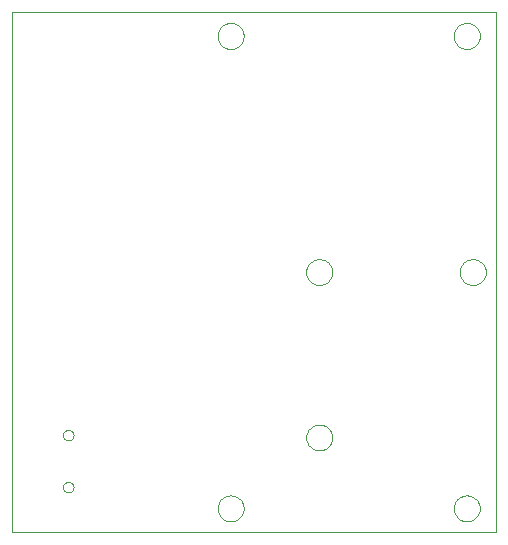
<source format=gko>
G04 This is an RS-274x file exported by *
G04 gerbv version 2.6.1 *
G04 More information is available about gerbv at *
G04 http://gerbv.geda-project.org/ *
G04 --End of header info--*
%MOIN*%
%FSLAX34Y34*%
%IPPOS*%
G04 --Define apertures--*
%ADD10C,0.0000*%
G04 --Start main section--*
G54D10*
G01X0000937Y0000524D02*
G01X0000937Y0017847D01*
G01X0000937Y0017847D02*
G01X0017079Y0017847D01*
G01X0017079Y0017847D02*
G01X0017079Y0000524D01*
G01X0017079Y0000524D02*
G01X0000937Y0000524D01*
G01X0002630Y0002020D02*
G01X0002632Y0002046D01*
G01X0002632Y0002046D02*
G01X0002638Y0002072D01*
G01X0002638Y0002072D02*
G01X0002648Y0002097D01*
G01X0002648Y0002097D02*
G01X0002661Y0002120D01*
G01X0002661Y0002120D02*
G01X0002677Y0002140D01*
G01X0002677Y0002140D02*
G01X0002697Y0002158D01*
G01X0002697Y0002158D02*
G01X0002719Y0002173D01*
G01X0002719Y0002173D02*
G01X0002742Y0002185D01*
G01X0002742Y0002185D02*
G01X0002768Y0002193D01*
G01X0002768Y0002193D02*
G01X0002794Y0002197D01*
G01X0002794Y0002197D02*
G01X0002820Y0002197D01*
G01X0002820Y0002197D02*
G01X0002846Y0002193D01*
G01X0002846Y0002193D02*
G01X0002872Y0002185D01*
G01X0002872Y0002185D02*
G01X0002896Y0002173D01*
G01X0002896Y0002173D02*
G01X0002917Y0002158D01*
G01X0002917Y0002158D02*
G01X0002937Y0002140D01*
G01X0002937Y0002140D02*
G01X0002953Y0002120D01*
G01X0002953Y0002120D02*
G01X0002966Y0002097D01*
G01X0002966Y0002097D02*
G01X0002976Y0002072D01*
G01X0002976Y0002072D02*
G01X0002982Y0002046D01*
G01X0002982Y0002046D02*
G01X0002984Y0002020D01*
G01X0002984Y0002020D02*
G01X0002982Y0001994D01*
G01X0002982Y0001994D02*
G01X0002976Y0001968D01*
G01X0002976Y0001968D02*
G01X0002966Y0001943D01*
G01X0002966Y0001943D02*
G01X0002953Y0001920D01*
G01X0002953Y0001920D02*
G01X0002937Y0001900D01*
G01X0002937Y0001900D02*
G01X0002917Y0001882D01*
G01X0002917Y0001882D02*
G01X0002895Y0001867D01*
G01X0002895Y0001867D02*
G01X0002872Y0001855D01*
G01X0002872Y0001855D02*
G01X0002846Y0001847D01*
G01X0002846Y0001847D02*
G01X0002820Y0001843D01*
G01X0002820Y0001843D02*
G01X0002794Y0001843D01*
G01X0002794Y0001843D02*
G01X0002768Y0001847D01*
G01X0002768Y0001847D02*
G01X0002742Y0001855D01*
G01X0002742Y0001855D02*
G01X0002718Y0001867D01*
G01X0002718Y0001867D02*
G01X0002697Y0001882D01*
G01X0002697Y0001882D02*
G01X0002677Y0001900D01*
G01X0002677Y0001900D02*
G01X0002661Y0001920D01*
G01X0002661Y0001920D02*
G01X0002648Y0001943D01*
G01X0002648Y0001943D02*
G01X0002638Y0001968D01*
G01X0002638Y0001968D02*
G01X0002632Y0001994D01*
G01X0002632Y0001994D02*
G01X0002630Y0002020D01*
G01X0002630Y0003752D02*
G01X0002632Y0003778D01*
G01X0002632Y0003778D02*
G01X0002638Y0003804D01*
G01X0002638Y0003804D02*
G01X0002648Y0003829D01*
G01X0002648Y0003829D02*
G01X0002661Y0003852D01*
G01X0002661Y0003852D02*
G01X0002677Y0003872D01*
G01X0002677Y0003872D02*
G01X0002697Y0003890D01*
G01X0002697Y0003890D02*
G01X0002719Y0003905D01*
G01X0002719Y0003905D02*
G01X0002742Y0003917D01*
G01X0002742Y0003917D02*
G01X0002768Y0003925D01*
G01X0002768Y0003925D02*
G01X0002794Y0003929D01*
G01X0002794Y0003929D02*
G01X0002820Y0003929D01*
G01X0002820Y0003929D02*
G01X0002846Y0003925D01*
G01X0002846Y0003925D02*
G01X0002872Y0003917D01*
G01X0002872Y0003917D02*
G01X0002896Y0003905D01*
G01X0002896Y0003905D02*
G01X0002917Y0003890D01*
G01X0002917Y0003890D02*
G01X0002937Y0003872D01*
G01X0002937Y0003872D02*
G01X0002953Y0003852D01*
G01X0002953Y0003852D02*
G01X0002966Y0003829D01*
G01X0002966Y0003829D02*
G01X0002976Y0003804D01*
G01X0002976Y0003804D02*
G01X0002982Y0003778D01*
G01X0002982Y0003778D02*
G01X0002984Y0003752D01*
G01X0002984Y0003752D02*
G01X0002982Y0003726D01*
G01X0002982Y0003726D02*
G01X0002976Y0003700D01*
G01X0002976Y0003700D02*
G01X0002966Y0003675D01*
G01X0002966Y0003675D02*
G01X0002953Y0003652D01*
G01X0002953Y0003652D02*
G01X0002937Y0003632D01*
G01X0002937Y0003632D02*
G01X0002917Y0003614D01*
G01X0002917Y0003614D02*
G01X0002895Y0003599D01*
G01X0002895Y0003599D02*
G01X0002872Y0003587D01*
G01X0002872Y0003587D02*
G01X0002846Y0003579D01*
G01X0002846Y0003579D02*
G01X0002820Y0003575D01*
G01X0002820Y0003575D02*
G01X0002794Y0003575D01*
G01X0002794Y0003575D02*
G01X0002768Y0003579D01*
G01X0002768Y0003579D02*
G01X0002742Y0003587D01*
G01X0002742Y0003587D02*
G01X0002718Y0003599D01*
G01X0002718Y0003599D02*
G01X0002697Y0003614D01*
G01X0002697Y0003614D02*
G01X0002677Y0003632D01*
G01X0002677Y0003632D02*
G01X0002661Y0003652D01*
G01X0002661Y0003652D02*
G01X0002648Y0003675D01*
G01X0002648Y0003675D02*
G01X0002638Y0003700D01*
G01X0002638Y0003700D02*
G01X0002632Y0003726D01*
G01X0002632Y0003726D02*
G01X0002630Y0003752D01*
G01X0007788Y0001311D02*
G01X0007790Y0001352D01*
G01X0007790Y0001352D02*
G01X0007796Y0001393D01*
G01X0007796Y0001393D02*
G01X0007806Y0001433D01*
G01X0007806Y0001433D02*
G01X0007819Y0001472D01*
G01X0007819Y0001472D02*
G01X0007836Y0001509D01*
G01X0007836Y0001509D02*
G01X0007857Y0001545D01*
G01X0007857Y0001545D02*
G01X0007881Y0001579D01*
G01X0007881Y0001579D02*
G01X0007908Y0001610D01*
G01X0007908Y0001610D02*
G01X0007937Y0001638D01*
G01X0007937Y0001638D02*
G01X0007970Y0001664D01*
G01X0007970Y0001664D02*
G01X0008004Y0001686D01*
G01X0008004Y0001686D02*
G01X0008041Y0001705D01*
G01X0008041Y0001705D02*
G01X0008079Y0001720D01*
G01X0008079Y0001720D02*
G01X0008119Y0001732D01*
G01X0008119Y0001732D02*
G01X0008159Y0001740D01*
G01X0008159Y0001740D02*
G01X0008200Y0001744D01*
G01X0008200Y0001744D02*
G01X0008242Y0001744D01*
G01X0008242Y0001744D02*
G01X0008283Y0001740D01*
G01X0008283Y0001740D02*
G01X0008323Y0001732D01*
G01X0008323Y0001732D02*
G01X0008363Y0001720D01*
G01X0008363Y0001720D02*
G01X0008401Y0001705D01*
G01X0008401Y0001705D02*
G01X0008437Y0001686D01*
G01X0008437Y0001686D02*
G01X0008472Y0001664D01*
G01X0008472Y0001664D02*
G01X0008505Y0001638D01*
G01X0008505Y0001638D02*
G01X0008534Y0001610D01*
G01X0008534Y0001610D02*
G01X0008561Y0001579D01*
G01X0008561Y0001579D02*
G01X0008585Y0001545D01*
G01X0008585Y0001545D02*
G01X0008606Y0001509D01*
G01X0008606Y0001509D02*
G01X0008623Y0001472D01*
G01X0008623Y0001472D02*
G01X0008636Y0001433D01*
G01X0008636Y0001433D02*
G01X0008646Y0001393D01*
G01X0008646Y0001393D02*
G01X0008652Y0001352D01*
G01X0008652Y0001352D02*
G01X0008654Y0001311D01*
G01X0008654Y0001311D02*
G01X0008652Y0001270D01*
G01X0008652Y0001270D02*
G01X0008646Y0001229D01*
G01X0008646Y0001229D02*
G01X0008636Y0001189D01*
G01X0008636Y0001189D02*
G01X0008623Y0001150D01*
G01X0008623Y0001150D02*
G01X0008606Y0001113D01*
G01X0008606Y0001113D02*
G01X0008585Y0001077D01*
G01X0008585Y0001077D02*
G01X0008561Y0001043D01*
G01X0008561Y0001043D02*
G01X0008534Y0001012D01*
G01X0008534Y0001012D02*
G01X0008505Y0000984D01*
G01X0008505Y0000984D02*
G01X0008472Y0000958D01*
G01X0008472Y0000958D02*
G01X0008438Y0000936D01*
G01X0008438Y0000936D02*
G01X0008401Y0000917D01*
G01X0008401Y0000917D02*
G01X0008363Y0000902D01*
G01X0008363Y0000902D02*
G01X0008323Y0000890D01*
G01X0008323Y0000890D02*
G01X0008283Y0000882D01*
G01X0008283Y0000882D02*
G01X0008242Y0000878D01*
G01X0008242Y0000878D02*
G01X0008200Y0000878D01*
G01X0008200Y0000878D02*
G01X0008159Y0000882D01*
G01X0008159Y0000882D02*
G01X0008119Y0000890D01*
G01X0008119Y0000890D02*
G01X0008079Y0000902D01*
G01X0008079Y0000902D02*
G01X0008041Y0000917D01*
G01X0008041Y0000917D02*
G01X0008005Y0000936D01*
G01X0008005Y0000936D02*
G01X0007970Y0000958D01*
G01X0007970Y0000958D02*
G01X0007937Y0000984D01*
G01X0007937Y0000984D02*
G01X0007908Y0001012D01*
G01X0007908Y0001012D02*
G01X0007881Y0001043D01*
G01X0007881Y0001043D02*
G01X0007857Y0001077D01*
G01X0007857Y0001077D02*
G01X0007836Y0001113D01*
G01X0007836Y0001113D02*
G01X0007819Y0001150D01*
G01X0007819Y0001150D02*
G01X0007806Y0001189D01*
G01X0007806Y0001189D02*
G01X0007796Y0001229D01*
G01X0007796Y0001229D02*
G01X0007790Y0001270D01*
G01X0007790Y0001270D02*
G01X0007788Y0001311D01*
G01X0010741Y0003674D02*
G01X0010743Y0003715D01*
G01X0010743Y0003715D02*
G01X0010749Y0003756D01*
G01X0010749Y0003756D02*
G01X0010759Y0003796D01*
G01X0010759Y0003796D02*
G01X0010772Y0003835D01*
G01X0010772Y0003835D02*
G01X0010789Y0003872D01*
G01X0010789Y0003872D02*
G01X0010810Y0003908D01*
G01X0010810Y0003908D02*
G01X0010834Y0003942D01*
G01X0010834Y0003942D02*
G01X0010861Y0003973D01*
G01X0010861Y0003973D02*
G01X0010890Y0004001D01*
G01X0010890Y0004001D02*
G01X0010923Y0004027D01*
G01X0010923Y0004027D02*
G01X0010957Y0004049D01*
G01X0010957Y0004049D02*
G01X0010994Y0004068D01*
G01X0010994Y0004068D02*
G01X0011032Y0004083D01*
G01X0011032Y0004083D02*
G01X0011072Y0004095D01*
G01X0011072Y0004095D02*
G01X0011112Y0004103D01*
G01X0011112Y0004103D02*
G01X0011153Y0004107D01*
G01X0011153Y0004107D02*
G01X0011195Y0004107D01*
G01X0011195Y0004107D02*
G01X0011236Y0004103D01*
G01X0011236Y0004103D02*
G01X0011276Y0004095D01*
G01X0011276Y0004095D02*
G01X0011316Y0004083D01*
G01X0011316Y0004083D02*
G01X0011354Y0004068D01*
G01X0011354Y0004068D02*
G01X0011390Y0004049D01*
G01X0011390Y0004049D02*
G01X0011425Y0004027D01*
G01X0011425Y0004027D02*
G01X0011458Y0004001D01*
G01X0011458Y0004001D02*
G01X0011487Y0003973D01*
G01X0011487Y0003973D02*
G01X0011514Y0003942D01*
G01X0011514Y0003942D02*
G01X0011538Y0003908D01*
G01X0011538Y0003908D02*
G01X0011559Y0003872D01*
G01X0011559Y0003872D02*
G01X0011576Y0003835D01*
G01X0011576Y0003835D02*
G01X0011589Y0003796D01*
G01X0011589Y0003796D02*
G01X0011599Y0003756D01*
G01X0011599Y0003756D02*
G01X0011605Y0003715D01*
G01X0011605Y0003715D02*
G01X0011607Y0003674D01*
G01X0011607Y0003674D02*
G01X0011605Y0003633D01*
G01X0011605Y0003633D02*
G01X0011599Y0003592D01*
G01X0011599Y0003592D02*
G01X0011589Y0003552D01*
G01X0011589Y0003552D02*
G01X0011576Y0003513D01*
G01X0011576Y0003513D02*
G01X0011559Y0003476D01*
G01X0011559Y0003476D02*
G01X0011538Y0003440D01*
G01X0011538Y0003440D02*
G01X0011514Y0003406D01*
G01X0011514Y0003406D02*
G01X0011487Y0003375D01*
G01X0011487Y0003375D02*
G01X0011458Y0003347D01*
G01X0011458Y0003347D02*
G01X0011425Y0003321D01*
G01X0011425Y0003321D02*
G01X0011391Y0003299D01*
G01X0011391Y0003299D02*
G01X0011354Y0003280D01*
G01X0011354Y0003280D02*
G01X0011316Y0003265D01*
G01X0011316Y0003265D02*
G01X0011276Y0003253D01*
G01X0011276Y0003253D02*
G01X0011236Y0003245D01*
G01X0011236Y0003245D02*
G01X0011195Y0003241D01*
G01X0011195Y0003241D02*
G01X0011153Y0003241D01*
G01X0011153Y0003241D02*
G01X0011112Y0003245D01*
G01X0011112Y0003245D02*
G01X0011072Y0003253D01*
G01X0011072Y0003253D02*
G01X0011032Y0003265D01*
G01X0011032Y0003265D02*
G01X0010994Y0003280D01*
G01X0010994Y0003280D02*
G01X0010958Y0003299D01*
G01X0010958Y0003299D02*
G01X0010923Y0003321D01*
G01X0010923Y0003321D02*
G01X0010890Y0003347D01*
G01X0010890Y0003347D02*
G01X0010861Y0003375D01*
G01X0010861Y0003375D02*
G01X0010834Y0003406D01*
G01X0010834Y0003406D02*
G01X0010810Y0003440D01*
G01X0010810Y0003440D02*
G01X0010789Y0003476D01*
G01X0010789Y0003476D02*
G01X0010772Y0003513D01*
G01X0010772Y0003513D02*
G01X0010759Y0003552D01*
G01X0010759Y0003552D02*
G01X0010749Y0003592D01*
G01X0010749Y0003592D02*
G01X0010743Y0003633D01*
G01X0010743Y0003633D02*
G01X0010741Y0003674D01*
G01X0010741Y0009186D02*
G01X0010743Y0009227D01*
G01X0010743Y0009227D02*
G01X0010749Y0009268D01*
G01X0010749Y0009268D02*
G01X0010759Y0009308D01*
G01X0010759Y0009308D02*
G01X0010772Y0009347D01*
G01X0010772Y0009347D02*
G01X0010789Y0009384D01*
G01X0010789Y0009384D02*
G01X0010810Y0009420D01*
G01X0010810Y0009420D02*
G01X0010834Y0009454D01*
G01X0010834Y0009454D02*
G01X0010861Y0009485D01*
G01X0010861Y0009485D02*
G01X0010890Y0009513D01*
G01X0010890Y0009513D02*
G01X0010923Y0009539D01*
G01X0010923Y0009539D02*
G01X0010957Y0009561D01*
G01X0010957Y0009561D02*
G01X0010994Y0009580D01*
G01X0010994Y0009580D02*
G01X0011032Y0009595D01*
G01X0011032Y0009595D02*
G01X0011072Y0009607D01*
G01X0011072Y0009607D02*
G01X0011112Y0009615D01*
G01X0011112Y0009615D02*
G01X0011153Y0009619D01*
G01X0011153Y0009619D02*
G01X0011195Y0009619D01*
G01X0011195Y0009619D02*
G01X0011236Y0009615D01*
G01X0011236Y0009615D02*
G01X0011276Y0009607D01*
G01X0011276Y0009607D02*
G01X0011316Y0009595D01*
G01X0011316Y0009595D02*
G01X0011354Y0009580D01*
G01X0011354Y0009580D02*
G01X0011390Y0009561D01*
G01X0011390Y0009561D02*
G01X0011425Y0009539D01*
G01X0011425Y0009539D02*
G01X0011458Y0009513D01*
G01X0011458Y0009513D02*
G01X0011487Y0009485D01*
G01X0011487Y0009485D02*
G01X0011514Y0009454D01*
G01X0011514Y0009454D02*
G01X0011538Y0009420D01*
G01X0011538Y0009420D02*
G01X0011559Y0009384D01*
G01X0011559Y0009384D02*
G01X0011576Y0009347D01*
G01X0011576Y0009347D02*
G01X0011589Y0009308D01*
G01X0011589Y0009308D02*
G01X0011599Y0009268D01*
G01X0011599Y0009268D02*
G01X0011605Y0009227D01*
G01X0011605Y0009227D02*
G01X0011607Y0009186D01*
G01X0011607Y0009186D02*
G01X0011605Y0009145D01*
G01X0011605Y0009145D02*
G01X0011599Y0009104D01*
G01X0011599Y0009104D02*
G01X0011589Y0009064D01*
G01X0011589Y0009064D02*
G01X0011576Y0009025D01*
G01X0011576Y0009025D02*
G01X0011559Y0008988D01*
G01X0011559Y0008988D02*
G01X0011538Y0008952D01*
G01X0011538Y0008952D02*
G01X0011514Y0008918D01*
G01X0011514Y0008918D02*
G01X0011487Y0008887D01*
G01X0011487Y0008887D02*
G01X0011458Y0008859D01*
G01X0011458Y0008859D02*
G01X0011425Y0008833D01*
G01X0011425Y0008833D02*
G01X0011391Y0008811D01*
G01X0011391Y0008811D02*
G01X0011354Y0008792D01*
G01X0011354Y0008792D02*
G01X0011316Y0008777D01*
G01X0011316Y0008777D02*
G01X0011276Y0008765D01*
G01X0011276Y0008765D02*
G01X0011236Y0008757D01*
G01X0011236Y0008757D02*
G01X0011195Y0008753D01*
G01X0011195Y0008753D02*
G01X0011153Y0008753D01*
G01X0011153Y0008753D02*
G01X0011112Y0008757D01*
G01X0011112Y0008757D02*
G01X0011072Y0008765D01*
G01X0011072Y0008765D02*
G01X0011032Y0008777D01*
G01X0011032Y0008777D02*
G01X0010994Y0008792D01*
G01X0010994Y0008792D02*
G01X0010958Y0008811D01*
G01X0010958Y0008811D02*
G01X0010923Y0008833D01*
G01X0010923Y0008833D02*
G01X0010890Y0008859D01*
G01X0010890Y0008859D02*
G01X0010861Y0008887D01*
G01X0010861Y0008887D02*
G01X0010834Y0008918D01*
G01X0010834Y0008918D02*
G01X0010810Y0008952D01*
G01X0010810Y0008952D02*
G01X0010789Y0008988D01*
G01X0010789Y0008988D02*
G01X0010772Y0009025D01*
G01X0010772Y0009025D02*
G01X0010759Y0009064D01*
G01X0010759Y0009064D02*
G01X0010749Y0009104D01*
G01X0010749Y0009104D02*
G01X0010743Y0009145D01*
G01X0010743Y0009145D02*
G01X0010741Y0009186D01*
G01X0015859Y0009186D02*
G01X0015861Y0009227D01*
G01X0015861Y0009227D02*
G01X0015867Y0009268D01*
G01X0015867Y0009268D02*
G01X0015877Y0009308D01*
G01X0015877Y0009308D02*
G01X0015890Y0009347D01*
G01X0015890Y0009347D02*
G01X0015907Y0009384D01*
G01X0015907Y0009384D02*
G01X0015928Y0009420D01*
G01X0015928Y0009420D02*
G01X0015952Y0009454D01*
G01X0015952Y0009454D02*
G01X0015979Y0009485D01*
G01X0015979Y0009485D02*
G01X0016008Y0009513D01*
G01X0016008Y0009513D02*
G01X0016041Y0009539D01*
G01X0016041Y0009539D02*
G01X0016075Y0009561D01*
G01X0016075Y0009561D02*
G01X0016112Y0009580D01*
G01X0016112Y0009580D02*
G01X0016150Y0009595D01*
G01X0016150Y0009595D02*
G01X0016190Y0009607D01*
G01X0016190Y0009607D02*
G01X0016230Y0009615D01*
G01X0016230Y0009615D02*
G01X0016271Y0009619D01*
G01X0016271Y0009619D02*
G01X0016313Y0009619D01*
G01X0016313Y0009619D02*
G01X0016354Y0009615D01*
G01X0016354Y0009615D02*
G01X0016394Y0009607D01*
G01X0016394Y0009607D02*
G01X0016434Y0009595D01*
G01X0016434Y0009595D02*
G01X0016472Y0009580D01*
G01X0016472Y0009580D02*
G01X0016508Y0009561D01*
G01X0016508Y0009561D02*
G01X0016543Y0009539D01*
G01X0016543Y0009539D02*
G01X0016576Y0009513D01*
G01X0016576Y0009513D02*
G01X0016605Y0009485D01*
G01X0016605Y0009485D02*
G01X0016632Y0009454D01*
G01X0016632Y0009454D02*
G01X0016656Y0009420D01*
G01X0016656Y0009420D02*
G01X0016677Y0009384D01*
G01X0016677Y0009384D02*
G01X0016694Y0009347D01*
G01X0016694Y0009347D02*
G01X0016707Y0009308D01*
G01X0016707Y0009308D02*
G01X0016717Y0009268D01*
G01X0016717Y0009268D02*
G01X0016723Y0009227D01*
G01X0016723Y0009227D02*
G01X0016725Y0009186D01*
G01X0016725Y0009186D02*
G01X0016723Y0009145D01*
G01X0016723Y0009145D02*
G01X0016717Y0009104D01*
G01X0016717Y0009104D02*
G01X0016707Y0009064D01*
G01X0016707Y0009064D02*
G01X0016694Y0009025D01*
G01X0016694Y0009025D02*
G01X0016677Y0008988D01*
G01X0016677Y0008988D02*
G01X0016656Y0008952D01*
G01X0016656Y0008952D02*
G01X0016632Y0008918D01*
G01X0016632Y0008918D02*
G01X0016605Y0008887D01*
G01X0016605Y0008887D02*
G01X0016576Y0008859D01*
G01X0016576Y0008859D02*
G01X0016543Y0008833D01*
G01X0016543Y0008833D02*
G01X0016509Y0008811D01*
G01X0016509Y0008811D02*
G01X0016472Y0008792D01*
G01X0016472Y0008792D02*
G01X0016434Y0008777D01*
G01X0016434Y0008777D02*
G01X0016394Y0008765D01*
G01X0016394Y0008765D02*
G01X0016354Y0008757D01*
G01X0016354Y0008757D02*
G01X0016313Y0008753D01*
G01X0016313Y0008753D02*
G01X0016271Y0008753D01*
G01X0016271Y0008753D02*
G01X0016230Y0008757D01*
G01X0016230Y0008757D02*
G01X0016190Y0008765D01*
G01X0016190Y0008765D02*
G01X0016150Y0008777D01*
G01X0016150Y0008777D02*
G01X0016112Y0008792D01*
G01X0016112Y0008792D02*
G01X0016076Y0008811D01*
G01X0016076Y0008811D02*
G01X0016041Y0008833D01*
G01X0016041Y0008833D02*
G01X0016008Y0008859D01*
G01X0016008Y0008859D02*
G01X0015979Y0008887D01*
G01X0015979Y0008887D02*
G01X0015952Y0008918D01*
G01X0015952Y0008918D02*
G01X0015928Y0008952D01*
G01X0015928Y0008952D02*
G01X0015907Y0008988D01*
G01X0015907Y0008988D02*
G01X0015890Y0009025D01*
G01X0015890Y0009025D02*
G01X0015877Y0009064D01*
G01X0015877Y0009064D02*
G01X0015867Y0009104D01*
G01X0015867Y0009104D02*
G01X0015861Y0009145D01*
G01X0015861Y0009145D02*
G01X0015859Y0009186D01*
G01X0015662Y0001311D02*
G01X0015664Y0001352D01*
G01X0015664Y0001352D02*
G01X0015670Y0001393D01*
G01X0015670Y0001393D02*
G01X0015680Y0001433D01*
G01X0015680Y0001433D02*
G01X0015693Y0001472D01*
G01X0015693Y0001472D02*
G01X0015710Y0001509D01*
G01X0015710Y0001509D02*
G01X0015731Y0001545D01*
G01X0015731Y0001545D02*
G01X0015755Y0001579D01*
G01X0015755Y0001579D02*
G01X0015782Y0001610D01*
G01X0015782Y0001610D02*
G01X0015811Y0001638D01*
G01X0015811Y0001638D02*
G01X0015844Y0001664D01*
G01X0015844Y0001664D02*
G01X0015878Y0001686D01*
G01X0015878Y0001686D02*
G01X0015915Y0001705D01*
G01X0015915Y0001705D02*
G01X0015953Y0001720D01*
G01X0015953Y0001720D02*
G01X0015993Y0001732D01*
G01X0015993Y0001732D02*
G01X0016033Y0001740D01*
G01X0016033Y0001740D02*
G01X0016074Y0001744D01*
G01X0016074Y0001744D02*
G01X0016116Y0001744D01*
G01X0016116Y0001744D02*
G01X0016157Y0001740D01*
G01X0016157Y0001740D02*
G01X0016197Y0001732D01*
G01X0016197Y0001732D02*
G01X0016237Y0001720D01*
G01X0016237Y0001720D02*
G01X0016275Y0001705D01*
G01X0016275Y0001705D02*
G01X0016311Y0001686D01*
G01X0016311Y0001686D02*
G01X0016346Y0001664D01*
G01X0016346Y0001664D02*
G01X0016379Y0001638D01*
G01X0016379Y0001638D02*
G01X0016408Y0001610D01*
G01X0016408Y0001610D02*
G01X0016435Y0001579D01*
G01X0016435Y0001579D02*
G01X0016459Y0001545D01*
G01X0016459Y0001545D02*
G01X0016480Y0001509D01*
G01X0016480Y0001509D02*
G01X0016497Y0001472D01*
G01X0016497Y0001472D02*
G01X0016510Y0001433D01*
G01X0016510Y0001433D02*
G01X0016520Y0001393D01*
G01X0016520Y0001393D02*
G01X0016526Y0001352D01*
G01X0016526Y0001352D02*
G01X0016528Y0001311D01*
G01X0016528Y0001311D02*
G01X0016526Y0001270D01*
G01X0016526Y0001270D02*
G01X0016520Y0001229D01*
G01X0016520Y0001229D02*
G01X0016510Y0001189D01*
G01X0016510Y0001189D02*
G01X0016497Y0001150D01*
G01X0016497Y0001150D02*
G01X0016480Y0001113D01*
G01X0016480Y0001113D02*
G01X0016459Y0001077D01*
G01X0016459Y0001077D02*
G01X0016435Y0001043D01*
G01X0016435Y0001043D02*
G01X0016408Y0001012D01*
G01X0016408Y0001012D02*
G01X0016379Y0000984D01*
G01X0016379Y0000984D02*
G01X0016346Y0000958D01*
G01X0016346Y0000958D02*
G01X0016312Y0000936D01*
G01X0016312Y0000936D02*
G01X0016275Y0000917D01*
G01X0016275Y0000917D02*
G01X0016237Y0000902D01*
G01X0016237Y0000902D02*
G01X0016197Y0000890D01*
G01X0016197Y0000890D02*
G01X0016157Y0000882D01*
G01X0016157Y0000882D02*
G01X0016116Y0000878D01*
G01X0016116Y0000878D02*
G01X0016074Y0000878D01*
G01X0016074Y0000878D02*
G01X0016033Y0000882D01*
G01X0016033Y0000882D02*
G01X0015993Y0000890D01*
G01X0015993Y0000890D02*
G01X0015953Y0000902D01*
G01X0015953Y0000902D02*
G01X0015915Y0000917D01*
G01X0015915Y0000917D02*
G01X0015879Y0000936D01*
G01X0015879Y0000936D02*
G01X0015844Y0000958D01*
G01X0015844Y0000958D02*
G01X0015811Y0000984D01*
G01X0015811Y0000984D02*
G01X0015782Y0001012D01*
G01X0015782Y0001012D02*
G01X0015755Y0001043D01*
G01X0015755Y0001043D02*
G01X0015731Y0001077D01*
G01X0015731Y0001077D02*
G01X0015710Y0001113D01*
G01X0015710Y0001113D02*
G01X0015693Y0001150D01*
G01X0015693Y0001150D02*
G01X0015680Y0001189D01*
G01X0015680Y0001189D02*
G01X0015670Y0001229D01*
G01X0015670Y0001229D02*
G01X0015664Y0001270D01*
G01X0015664Y0001270D02*
G01X0015662Y0001311D01*
G01X0015662Y0017060D02*
G01X0015664Y0017101D01*
G01X0015664Y0017101D02*
G01X0015670Y0017142D01*
G01X0015670Y0017142D02*
G01X0015680Y0017182D01*
G01X0015680Y0017182D02*
G01X0015693Y0017221D01*
G01X0015693Y0017221D02*
G01X0015710Y0017258D01*
G01X0015710Y0017258D02*
G01X0015731Y0017294D01*
G01X0015731Y0017294D02*
G01X0015755Y0017328D01*
G01X0015755Y0017328D02*
G01X0015782Y0017359D01*
G01X0015782Y0017359D02*
G01X0015811Y0017387D01*
G01X0015811Y0017387D02*
G01X0015844Y0017413D01*
G01X0015844Y0017413D02*
G01X0015878Y0017435D01*
G01X0015878Y0017435D02*
G01X0015915Y0017454D01*
G01X0015915Y0017454D02*
G01X0015953Y0017469D01*
G01X0015953Y0017469D02*
G01X0015993Y0017481D01*
G01X0015993Y0017481D02*
G01X0016033Y0017489D01*
G01X0016033Y0017489D02*
G01X0016074Y0017493D01*
G01X0016074Y0017493D02*
G01X0016116Y0017493D01*
G01X0016116Y0017493D02*
G01X0016157Y0017489D01*
G01X0016157Y0017489D02*
G01X0016197Y0017481D01*
G01X0016197Y0017481D02*
G01X0016237Y0017469D01*
G01X0016237Y0017469D02*
G01X0016275Y0017454D01*
G01X0016275Y0017454D02*
G01X0016311Y0017435D01*
G01X0016311Y0017435D02*
G01X0016346Y0017413D01*
G01X0016346Y0017413D02*
G01X0016379Y0017387D01*
G01X0016379Y0017387D02*
G01X0016408Y0017359D01*
G01X0016408Y0017359D02*
G01X0016435Y0017328D01*
G01X0016435Y0017328D02*
G01X0016459Y0017294D01*
G01X0016459Y0017294D02*
G01X0016480Y0017258D01*
G01X0016480Y0017258D02*
G01X0016497Y0017221D01*
G01X0016497Y0017221D02*
G01X0016510Y0017182D01*
G01X0016510Y0017182D02*
G01X0016520Y0017142D01*
G01X0016520Y0017142D02*
G01X0016526Y0017101D01*
G01X0016526Y0017101D02*
G01X0016528Y0017060D01*
G01X0016528Y0017060D02*
G01X0016526Y0017019D01*
G01X0016526Y0017019D02*
G01X0016520Y0016978D01*
G01X0016520Y0016978D02*
G01X0016510Y0016938D01*
G01X0016510Y0016938D02*
G01X0016497Y0016899D01*
G01X0016497Y0016899D02*
G01X0016480Y0016862D01*
G01X0016480Y0016862D02*
G01X0016459Y0016826D01*
G01X0016459Y0016826D02*
G01X0016435Y0016792D01*
G01X0016435Y0016792D02*
G01X0016408Y0016761D01*
G01X0016408Y0016761D02*
G01X0016379Y0016733D01*
G01X0016379Y0016733D02*
G01X0016346Y0016707D01*
G01X0016346Y0016707D02*
G01X0016312Y0016685D01*
G01X0016312Y0016685D02*
G01X0016275Y0016666D01*
G01X0016275Y0016666D02*
G01X0016237Y0016651D01*
G01X0016237Y0016651D02*
G01X0016197Y0016639D01*
G01X0016197Y0016639D02*
G01X0016157Y0016631D01*
G01X0016157Y0016631D02*
G01X0016116Y0016627D01*
G01X0016116Y0016627D02*
G01X0016074Y0016627D01*
G01X0016074Y0016627D02*
G01X0016033Y0016631D01*
G01X0016033Y0016631D02*
G01X0015993Y0016639D01*
G01X0015993Y0016639D02*
G01X0015953Y0016651D01*
G01X0015953Y0016651D02*
G01X0015915Y0016666D01*
G01X0015915Y0016666D02*
G01X0015879Y0016685D01*
G01X0015879Y0016685D02*
G01X0015844Y0016707D01*
G01X0015844Y0016707D02*
G01X0015811Y0016733D01*
G01X0015811Y0016733D02*
G01X0015782Y0016761D01*
G01X0015782Y0016761D02*
G01X0015755Y0016792D01*
G01X0015755Y0016792D02*
G01X0015731Y0016826D01*
G01X0015731Y0016826D02*
G01X0015710Y0016862D01*
G01X0015710Y0016862D02*
G01X0015693Y0016899D01*
G01X0015693Y0016899D02*
G01X0015680Y0016938D01*
G01X0015680Y0016938D02*
G01X0015670Y0016978D01*
G01X0015670Y0016978D02*
G01X0015664Y0017019D01*
G01X0015664Y0017019D02*
G01X0015662Y0017060D01*
G01X0007788Y0017060D02*
G01X0007790Y0017101D01*
G01X0007790Y0017101D02*
G01X0007796Y0017142D01*
G01X0007796Y0017142D02*
G01X0007806Y0017182D01*
G01X0007806Y0017182D02*
G01X0007819Y0017221D01*
G01X0007819Y0017221D02*
G01X0007836Y0017258D01*
G01X0007836Y0017258D02*
G01X0007857Y0017294D01*
G01X0007857Y0017294D02*
G01X0007881Y0017328D01*
G01X0007881Y0017328D02*
G01X0007908Y0017359D01*
G01X0007908Y0017359D02*
G01X0007937Y0017387D01*
G01X0007937Y0017387D02*
G01X0007970Y0017413D01*
G01X0007970Y0017413D02*
G01X0008004Y0017435D01*
G01X0008004Y0017435D02*
G01X0008041Y0017454D01*
G01X0008041Y0017454D02*
G01X0008079Y0017469D01*
G01X0008079Y0017469D02*
G01X0008119Y0017481D01*
G01X0008119Y0017481D02*
G01X0008159Y0017489D01*
G01X0008159Y0017489D02*
G01X0008200Y0017493D01*
G01X0008200Y0017493D02*
G01X0008242Y0017493D01*
G01X0008242Y0017493D02*
G01X0008283Y0017489D01*
G01X0008283Y0017489D02*
G01X0008323Y0017481D01*
G01X0008323Y0017481D02*
G01X0008363Y0017469D01*
G01X0008363Y0017469D02*
G01X0008401Y0017454D01*
G01X0008401Y0017454D02*
G01X0008437Y0017435D01*
G01X0008437Y0017435D02*
G01X0008472Y0017413D01*
G01X0008472Y0017413D02*
G01X0008505Y0017387D01*
G01X0008505Y0017387D02*
G01X0008534Y0017359D01*
G01X0008534Y0017359D02*
G01X0008561Y0017328D01*
G01X0008561Y0017328D02*
G01X0008585Y0017294D01*
G01X0008585Y0017294D02*
G01X0008606Y0017258D01*
G01X0008606Y0017258D02*
G01X0008623Y0017221D01*
G01X0008623Y0017221D02*
G01X0008636Y0017182D01*
G01X0008636Y0017182D02*
G01X0008646Y0017142D01*
G01X0008646Y0017142D02*
G01X0008652Y0017101D01*
G01X0008652Y0017101D02*
G01X0008654Y0017060D01*
G01X0008654Y0017060D02*
G01X0008652Y0017019D01*
G01X0008652Y0017019D02*
G01X0008646Y0016978D01*
G01X0008646Y0016978D02*
G01X0008636Y0016938D01*
G01X0008636Y0016938D02*
G01X0008623Y0016899D01*
G01X0008623Y0016899D02*
G01X0008606Y0016862D01*
G01X0008606Y0016862D02*
G01X0008585Y0016826D01*
G01X0008585Y0016826D02*
G01X0008561Y0016792D01*
G01X0008561Y0016792D02*
G01X0008534Y0016761D01*
G01X0008534Y0016761D02*
G01X0008505Y0016733D01*
G01X0008505Y0016733D02*
G01X0008472Y0016707D01*
G01X0008472Y0016707D02*
G01X0008438Y0016685D01*
G01X0008438Y0016685D02*
G01X0008401Y0016666D01*
G01X0008401Y0016666D02*
G01X0008363Y0016651D01*
G01X0008363Y0016651D02*
G01X0008323Y0016639D01*
G01X0008323Y0016639D02*
G01X0008283Y0016631D01*
G01X0008283Y0016631D02*
G01X0008242Y0016627D01*
G01X0008242Y0016627D02*
G01X0008200Y0016627D01*
G01X0008200Y0016627D02*
G01X0008159Y0016631D01*
G01X0008159Y0016631D02*
G01X0008119Y0016639D01*
G01X0008119Y0016639D02*
G01X0008079Y0016651D01*
G01X0008079Y0016651D02*
G01X0008041Y0016666D01*
G01X0008041Y0016666D02*
G01X0008005Y0016685D01*
G01X0008005Y0016685D02*
G01X0007970Y0016707D01*
G01X0007970Y0016707D02*
G01X0007937Y0016733D01*
G01X0007937Y0016733D02*
G01X0007908Y0016761D01*
G01X0007908Y0016761D02*
G01X0007881Y0016792D01*
G01X0007881Y0016792D02*
G01X0007857Y0016826D01*
G01X0007857Y0016826D02*
G01X0007836Y0016862D01*
G01X0007836Y0016862D02*
G01X0007819Y0016899D01*
G01X0007819Y0016899D02*
G01X0007806Y0016938D01*
G01X0007806Y0016938D02*
G01X0007796Y0016978D01*
G01X0007796Y0016978D02*
G01X0007790Y0017019D01*
G01X0007790Y0017019D02*
G01X0007788Y0017060D01*
M02*

</source>
